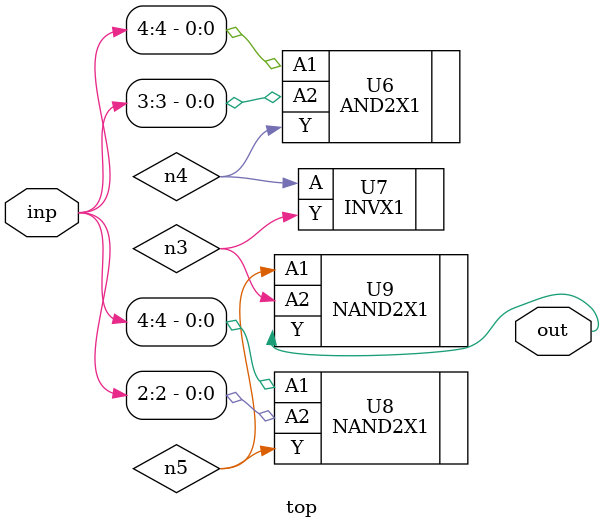
<source format=sv>


module top ( inp, out );
  input [4:0] inp;
  output out;
  wire   n3, n4, n5;

  AND2X1 U6 ( .A1(inp[4]), .A2(inp[3]), .Y(n4) );
  INVX1 U7 ( .A(n4), .Y(n3) );
  NAND2X1 U8 ( .A1(inp[4]), .A2(inp[2]), .Y(n5) );
  NAND2X1 U9 ( .A1(n5), .A2(n3), .Y(out) );
endmodule


</source>
